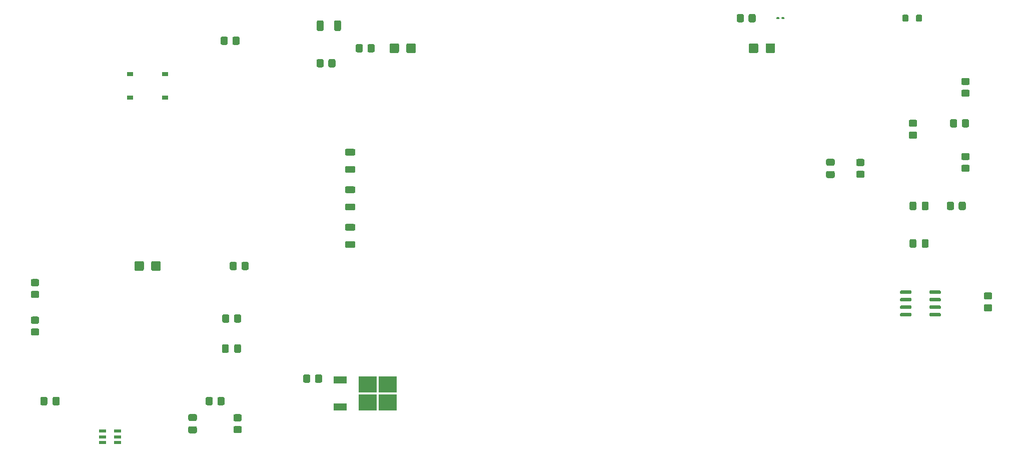
<source format=gbr>
%TF.GenerationSoftware,KiCad,Pcbnew,(5.1.10)-1*%
%TF.CreationDate,2024-07-26T12:52:35+05:30*%
%TF.ProjectId,Flyback_DC-DC,466c7962-6163-46b5-9f44-432d44432e6b,rev?*%
%TF.SameCoordinates,Original*%
%TF.FileFunction,Paste,Top*%
%TF.FilePolarity,Positive*%
%FSLAX46Y46*%
G04 Gerber Fmt 4.6, Leading zero omitted, Abs format (unit mm)*
G04 Created by KiCad (PCBNEW (5.1.10)-1) date 2024-07-26 12:52:35*
%MOMM*%
%LPD*%
G01*
G04 APERTURE LIST*
%ADD10R,1.000000X0.700000*%
%ADD11R,1.200000X0.600000*%
%ADD12R,3.050000X2.750000*%
%ADD13R,2.200000X1.200000*%
G04 APERTURE END LIST*
%TO.C,C3*%
G36*
G01*
X75750000Y-123985000D02*
X75750000Y-124935000D01*
G75*
G02*
X75500000Y-125185000I-250000J0D01*
G01*
X74825000Y-125185000D01*
G75*
G02*
X74575000Y-124935000I0J250000D01*
G01*
X74575000Y-123985000D01*
G75*
G02*
X74825000Y-123735000I250000J0D01*
G01*
X75500000Y-123735000D01*
G75*
G02*
X75750000Y-123985000I0J-250000D01*
G01*
G37*
G36*
G01*
X77825000Y-123985000D02*
X77825000Y-124935000D01*
G75*
G02*
X77575000Y-125185000I-250000J0D01*
G01*
X76900000Y-125185000D01*
G75*
G02*
X76650000Y-124935000I0J250000D01*
G01*
X76650000Y-123985000D01*
G75*
G02*
X76900000Y-123735000I250000J0D01*
G01*
X77575000Y-123735000D01*
G75*
G02*
X77825000Y-123985000I0J-250000D01*
G01*
G37*
%TD*%
%TO.C,C4*%
G36*
G01*
X108537500Y-115095000D02*
X108537500Y-116045000D01*
G75*
G02*
X108287500Y-116295000I-250000J0D01*
G01*
X107612500Y-116295000D01*
G75*
G02*
X107362500Y-116045000I0J250000D01*
G01*
X107362500Y-115095000D01*
G75*
G02*
X107612500Y-114845000I250000J0D01*
G01*
X108287500Y-114845000D01*
G75*
G02*
X108537500Y-115095000I0J-250000D01*
G01*
G37*
G36*
G01*
X106462500Y-115095000D02*
X106462500Y-116045000D01*
G75*
G02*
X106212500Y-116295000I-250000J0D01*
G01*
X105537500Y-116295000D01*
G75*
G02*
X105287500Y-116045000I0J250000D01*
G01*
X105287500Y-115095000D01*
G75*
G02*
X105537500Y-114845000I250000J0D01*
G01*
X106212500Y-114845000D01*
G75*
G02*
X106462500Y-115095000I0J-250000D01*
G01*
G37*
%TD*%
%TO.C,C5*%
G36*
G01*
X125445000Y-60309999D02*
X125445000Y-61610001D01*
G75*
G02*
X125195001Y-61860000I-249999J0D01*
G01*
X124544999Y-61860000D01*
G75*
G02*
X124295000Y-61610001I0J249999D01*
G01*
X124295000Y-60309999D01*
G75*
G02*
X124544999Y-60060000I249999J0D01*
G01*
X125195001Y-60060000D01*
G75*
G02*
X125445000Y-60309999I0J-249999D01*
G01*
G37*
G36*
G01*
X122495000Y-60309999D02*
X122495000Y-61610001D01*
G75*
G02*
X122245001Y-61860000I-249999J0D01*
G01*
X121594999Y-61860000D01*
G75*
G02*
X121345000Y-61610001I0J249999D01*
G01*
X121345000Y-60309999D01*
G75*
G02*
X121594999Y-60060000I249999J0D01*
G01*
X122245001Y-60060000D01*
G75*
G02*
X122495000Y-60309999I0J-249999D01*
G01*
G37*
%TD*%
%TO.C,C6*%
G36*
G01*
X99855000Y-128720000D02*
X100805000Y-128720000D01*
G75*
G02*
X101055000Y-128970000I0J-250000D01*
G01*
X101055000Y-129645000D01*
G75*
G02*
X100805000Y-129895000I-250000J0D01*
G01*
X99855000Y-129895000D01*
G75*
G02*
X99605000Y-129645000I0J250000D01*
G01*
X99605000Y-128970000D01*
G75*
G02*
X99855000Y-128720000I250000J0D01*
G01*
G37*
G36*
G01*
X99855000Y-126645000D02*
X100805000Y-126645000D01*
G75*
G02*
X101055000Y-126895000I0J-250000D01*
G01*
X101055000Y-127570000D01*
G75*
G02*
X100805000Y-127820000I-250000J0D01*
G01*
X99855000Y-127820000D01*
G75*
G02*
X99605000Y-127570000I0J250000D01*
G01*
X99605000Y-126895000D01*
G75*
G02*
X99855000Y-126645000I250000J0D01*
G01*
G37*
%TD*%
%TO.C,C7*%
G36*
G01*
X199619000Y-59600000D02*
X199619000Y-59780000D01*
G75*
G02*
X199529000Y-59870000I-90000J0D01*
G01*
X199251000Y-59870000D01*
G75*
G02*
X199161000Y-59780000I0J90000D01*
G01*
X199161000Y-59600000D01*
G75*
G02*
X199251000Y-59510000I90000J0D01*
G01*
X199529000Y-59510000D01*
G75*
G02*
X199619000Y-59600000I0J-90000D01*
G01*
G37*
G36*
G01*
X200484000Y-59600000D02*
X200484000Y-59780000D01*
G75*
G02*
X200394000Y-59870000I-90000J0D01*
G01*
X200116000Y-59870000D01*
G75*
G02*
X200026000Y-59780000I0J90000D01*
G01*
X200026000Y-59600000D01*
G75*
G02*
X200116000Y-59510000I90000J0D01*
G01*
X200394000Y-59510000D01*
G75*
G02*
X200484000Y-59600000I0J-90000D01*
G01*
G37*
%TD*%
%TO.C,C8*%
G36*
G01*
X207805000Y-85540000D02*
X208755000Y-85540000D01*
G75*
G02*
X209005000Y-85790000I0J-250000D01*
G01*
X209005000Y-86465000D01*
G75*
G02*
X208755000Y-86715000I-250000J0D01*
G01*
X207805000Y-86715000D01*
G75*
G02*
X207555000Y-86465000I0J250000D01*
G01*
X207555000Y-85790000D01*
G75*
G02*
X207805000Y-85540000I250000J0D01*
G01*
G37*
G36*
G01*
X207805000Y-83465000D02*
X208755000Y-83465000D01*
G75*
G02*
X209005000Y-83715000I0J-250000D01*
G01*
X209005000Y-84390000D01*
G75*
G02*
X208755000Y-84640000I-250000J0D01*
G01*
X207805000Y-84640000D01*
G75*
G02*
X207555000Y-84390000I0J250000D01*
G01*
X207555000Y-83715000D01*
G75*
G02*
X207805000Y-83465000I250000J0D01*
G01*
G37*
%TD*%
%TO.C,C10*%
G36*
G01*
X221662500Y-91915000D02*
X221662500Y-90965000D01*
G75*
G02*
X221912500Y-90715000I250000J0D01*
G01*
X222587500Y-90715000D01*
G75*
G02*
X222837500Y-90965000I0J-250000D01*
G01*
X222837500Y-91915000D01*
G75*
G02*
X222587500Y-92165000I-250000J0D01*
G01*
X221912500Y-92165000D01*
G75*
G02*
X221662500Y-91915000I0J250000D01*
G01*
G37*
G36*
G01*
X223737500Y-91915000D02*
X223737500Y-90965000D01*
G75*
G02*
X223987500Y-90715000I250000J0D01*
G01*
X224662500Y-90715000D01*
G75*
G02*
X224912500Y-90965000I0J-250000D01*
G01*
X224912500Y-91915000D01*
G75*
G02*
X224662500Y-92165000I-250000J0D01*
G01*
X223987500Y-92165000D01*
G75*
G02*
X223737500Y-91915000I0J250000D01*
G01*
G37*
%TD*%
%TO.C,C12*%
G36*
G01*
X224912500Y-97315000D02*
X224912500Y-98265000D01*
G75*
G02*
X224662500Y-98515000I-250000J0D01*
G01*
X223987500Y-98515000D01*
G75*
G02*
X223737500Y-98265000I0J250000D01*
G01*
X223737500Y-97315000D01*
G75*
G02*
X223987500Y-97065000I250000J0D01*
G01*
X224662500Y-97065000D01*
G75*
G02*
X224912500Y-97315000I0J-250000D01*
G01*
G37*
G36*
G01*
X222837500Y-97315000D02*
X222837500Y-98265000D01*
G75*
G02*
X222587500Y-98515000I-250000J0D01*
G01*
X221912500Y-98515000D01*
G75*
G02*
X221662500Y-98265000I0J250000D01*
G01*
X221662500Y-97315000D01*
G75*
G02*
X221912500Y-97065000I250000J0D01*
G01*
X222587500Y-97065000D01*
G75*
G02*
X222837500Y-97315000I0J-250000D01*
G01*
G37*
%TD*%
D10*
%TO.C,D1*%
X95685000Y-73120000D03*
X95685000Y-69120000D03*
X89735000Y-69120000D03*
X89735000Y-73120000D03*
%TD*%
%TO.C,D2*%
G36*
G01*
X92085000Y-101025000D02*
X92085000Y-102175000D01*
G75*
G02*
X91835000Y-102425000I-250000J0D01*
G01*
X90735000Y-102425000D01*
G75*
G02*
X90485000Y-102175000I0J250000D01*
G01*
X90485000Y-101025000D01*
G75*
G02*
X90735000Y-100775000I250000J0D01*
G01*
X91835000Y-100775000D01*
G75*
G02*
X92085000Y-101025000I0J-250000D01*
G01*
G37*
G36*
G01*
X94935000Y-101025000D02*
X94935000Y-102175000D01*
G75*
G02*
X94685000Y-102425000I-250000J0D01*
G01*
X93585000Y-102425000D01*
G75*
G02*
X93335000Y-102175000I0J250000D01*
G01*
X93335000Y-101025000D01*
G75*
G02*
X93585000Y-100775000I250000J0D01*
G01*
X94685000Y-100775000D01*
G75*
G02*
X94935000Y-101025000I0J-250000D01*
G01*
G37*
%TD*%
%TO.C,D3*%
G36*
G01*
X133665000Y-65345000D02*
X133665000Y-64195000D01*
G75*
G02*
X133915000Y-63945000I250000J0D01*
G01*
X135015000Y-63945000D01*
G75*
G02*
X135265000Y-64195000I0J-250000D01*
G01*
X135265000Y-65345000D01*
G75*
G02*
X135015000Y-65595000I-250000J0D01*
G01*
X133915000Y-65595000D01*
G75*
G02*
X133665000Y-65345000I0J250000D01*
G01*
G37*
G36*
G01*
X136515000Y-65345000D02*
X136515000Y-64195000D01*
G75*
G02*
X136765000Y-63945000I250000J0D01*
G01*
X137865000Y-63945000D01*
G75*
G02*
X138115000Y-64195000I0J-250000D01*
G01*
X138115000Y-65345000D01*
G75*
G02*
X137865000Y-65595000I-250000J0D01*
G01*
X136765000Y-65595000D01*
G75*
G02*
X136515000Y-65345000I0J250000D01*
G01*
G37*
%TD*%
%TO.C,D4*%
G36*
G01*
X196070000Y-64195000D02*
X196070000Y-65345000D01*
G75*
G02*
X195820000Y-65595000I-250000J0D01*
G01*
X194720000Y-65595000D01*
G75*
G02*
X194470000Y-65345000I0J250000D01*
G01*
X194470000Y-64195000D01*
G75*
G02*
X194720000Y-63945000I250000J0D01*
G01*
X195820000Y-63945000D01*
G75*
G02*
X196070000Y-64195000I0J-250000D01*
G01*
G37*
G36*
G01*
X198920000Y-64195000D02*
X198920000Y-65345000D01*
G75*
G02*
X198670000Y-65595000I-250000J0D01*
G01*
X197570000Y-65595000D01*
G75*
G02*
X197320000Y-65345000I0J250000D01*
G01*
X197320000Y-64195000D01*
G75*
G02*
X197570000Y-63945000I250000J0D01*
G01*
X198670000Y-63945000D01*
G75*
G02*
X198920000Y-64195000I0J-250000D01*
G01*
G37*
%TD*%
D11*
%TO.C,IC1*%
X85110000Y-129540000D03*
X85110000Y-130490000D03*
X85110000Y-131440000D03*
X87610000Y-131440000D03*
X87610000Y-130490000D03*
X87610000Y-129540000D03*
%TD*%
%TO.C,L2*%
G36*
G01*
X220455000Y-60040001D02*
X220455000Y-59339999D01*
G75*
G02*
X220704999Y-59090000I249999J0D01*
G01*
X221255001Y-59090000D01*
G75*
G02*
X221505000Y-59339999I0J-249999D01*
G01*
X221505000Y-60040001D01*
G75*
G02*
X221255001Y-60290000I-249999J0D01*
G01*
X220704999Y-60290000D01*
G75*
G02*
X220455000Y-60040001I0J249999D01*
G01*
G37*
G36*
G01*
X222755000Y-60040001D02*
X222755000Y-59339999D01*
G75*
G02*
X223004999Y-59090000I249999J0D01*
G01*
X223555001Y-59090000D01*
G75*
G02*
X223805000Y-59339999I0J-249999D01*
G01*
X223805000Y-60040001D01*
G75*
G02*
X223555001Y-60290000I-249999J0D01*
G01*
X223004999Y-60290000D01*
G75*
G02*
X222755000Y-60040001I0J249999D01*
G01*
G37*
%TD*%
D12*
%TO.C,Q1*%
X129965000Y-124715000D03*
X133315000Y-121665000D03*
X129965000Y-121665000D03*
X133315000Y-124715000D03*
D13*
X125340000Y-125470000D03*
X125340000Y-120910000D03*
%TD*%
%TO.C,R1*%
G36*
G01*
X106280000Y-63049999D02*
X106280000Y-63950001D01*
G75*
G02*
X106030001Y-64200000I-249999J0D01*
G01*
X105329999Y-64200000D01*
G75*
G02*
X105080000Y-63950001I0J249999D01*
G01*
X105080000Y-63049999D01*
G75*
G02*
X105329999Y-62800000I249999J0D01*
G01*
X106030001Y-62800000D01*
G75*
G02*
X106280000Y-63049999I0J-249999D01*
G01*
G37*
G36*
G01*
X108280000Y-63049999D02*
X108280000Y-63950001D01*
G75*
G02*
X108030001Y-64200000I-249999J0D01*
G01*
X107329999Y-64200000D01*
G75*
G02*
X107080000Y-63950001I0J249999D01*
G01*
X107080000Y-63049999D01*
G75*
G02*
X107329999Y-62800000I249999J0D01*
G01*
X108030001Y-62800000D01*
G75*
G02*
X108280000Y-63049999I0J-249999D01*
G01*
G37*
%TD*%
%TO.C,R2*%
G36*
G01*
X73209999Y-105810000D02*
X74110001Y-105810000D01*
G75*
G02*
X74360000Y-106059999I0J-249999D01*
G01*
X74360000Y-106760001D01*
G75*
G02*
X74110001Y-107010000I-249999J0D01*
G01*
X73209999Y-107010000D01*
G75*
G02*
X72960000Y-106760001I0J249999D01*
G01*
X72960000Y-106059999D01*
G75*
G02*
X73209999Y-105810000I249999J0D01*
G01*
G37*
G36*
G01*
X73209999Y-103810000D02*
X74110001Y-103810000D01*
G75*
G02*
X74360000Y-104059999I0J-249999D01*
G01*
X74360000Y-104760001D01*
G75*
G02*
X74110001Y-105010000I-249999J0D01*
G01*
X73209999Y-105010000D01*
G75*
G02*
X72960000Y-104760001I0J249999D01*
G01*
X72960000Y-104059999D01*
G75*
G02*
X73209999Y-103810000I249999J0D01*
G01*
G37*
%TD*%
%TO.C,R3*%
G36*
G01*
X74110001Y-111360000D02*
X73209999Y-111360000D01*
G75*
G02*
X72960000Y-111110001I0J249999D01*
G01*
X72960000Y-110409999D01*
G75*
G02*
X73209999Y-110160000I249999J0D01*
G01*
X74110001Y-110160000D01*
G75*
G02*
X74360000Y-110409999I0J-249999D01*
G01*
X74360000Y-111110001D01*
G75*
G02*
X74110001Y-111360000I-249999J0D01*
G01*
G37*
G36*
G01*
X74110001Y-113360000D02*
X73209999Y-113360000D01*
G75*
G02*
X72960000Y-113110001I0J249999D01*
G01*
X72960000Y-112409999D01*
G75*
G02*
X73209999Y-112160000I249999J0D01*
G01*
X74110001Y-112160000D01*
G75*
G02*
X74360000Y-112409999I0J-249999D01*
G01*
X74360000Y-113110001D01*
G75*
G02*
X74110001Y-113360000I-249999J0D01*
G01*
G37*
%TD*%
%TO.C,R4*%
G36*
G01*
X109820000Y-101149999D02*
X109820000Y-102050001D01*
G75*
G02*
X109570001Y-102300000I-249999J0D01*
G01*
X108869999Y-102300000D01*
G75*
G02*
X108620000Y-102050001I0J249999D01*
G01*
X108620000Y-101149999D01*
G75*
G02*
X108869999Y-100900000I249999J0D01*
G01*
X109570001Y-100900000D01*
G75*
G02*
X109820000Y-101149999I0J-249999D01*
G01*
G37*
G36*
G01*
X107820000Y-101149999D02*
X107820000Y-102050001D01*
G75*
G02*
X107570001Y-102300000I-249999J0D01*
G01*
X106869999Y-102300000D01*
G75*
G02*
X106620000Y-102050001I0J249999D01*
G01*
X106620000Y-101149999D01*
G75*
G02*
X106869999Y-100900000I249999J0D01*
G01*
X107570001Y-100900000D01*
G75*
G02*
X107820000Y-101149999I0J-249999D01*
G01*
G37*
%TD*%
%TO.C,R5*%
G36*
G01*
X105350000Y-110940001D02*
X105350000Y-110039999D01*
G75*
G02*
X105599999Y-109790000I249999J0D01*
G01*
X106300001Y-109790000D01*
G75*
G02*
X106550000Y-110039999I0J-249999D01*
G01*
X106550000Y-110940001D01*
G75*
G02*
X106300001Y-111190000I-249999J0D01*
G01*
X105599999Y-111190000D01*
G75*
G02*
X105350000Y-110940001I0J249999D01*
G01*
G37*
G36*
G01*
X107350000Y-110940001D02*
X107350000Y-110039999D01*
G75*
G02*
X107599999Y-109790000I249999J0D01*
G01*
X108300001Y-109790000D01*
G75*
G02*
X108550000Y-110039999I0J-249999D01*
G01*
X108550000Y-110940001D01*
G75*
G02*
X108300001Y-111190000I-249999J0D01*
G01*
X107599999Y-111190000D01*
G75*
G02*
X107350000Y-110940001I0J249999D01*
G01*
G37*
%TD*%
%TO.C,R6*%
G36*
G01*
X126374999Y-81795000D02*
X127625001Y-81795000D01*
G75*
G02*
X127875000Y-82044999I0J-249999D01*
G01*
X127875000Y-82670001D01*
G75*
G02*
X127625001Y-82920000I-249999J0D01*
G01*
X126374999Y-82920000D01*
G75*
G02*
X126125000Y-82670001I0J249999D01*
G01*
X126125000Y-82044999D01*
G75*
G02*
X126374999Y-81795000I249999J0D01*
G01*
G37*
G36*
G01*
X126374999Y-84720000D02*
X127625001Y-84720000D01*
G75*
G02*
X127875000Y-84969999I0J-249999D01*
G01*
X127875000Y-85595001D01*
G75*
G02*
X127625001Y-85845000I-249999J0D01*
G01*
X126374999Y-85845000D01*
G75*
G02*
X126125000Y-85595001I0J249999D01*
G01*
X126125000Y-84969999D01*
G75*
G02*
X126374999Y-84720000I249999J0D01*
G01*
G37*
%TD*%
%TO.C,R7*%
G36*
G01*
X126374999Y-91070000D02*
X127625001Y-91070000D01*
G75*
G02*
X127875000Y-91319999I0J-249999D01*
G01*
X127875000Y-91945001D01*
G75*
G02*
X127625001Y-92195000I-249999J0D01*
G01*
X126374999Y-92195000D01*
G75*
G02*
X126125000Y-91945001I0J249999D01*
G01*
X126125000Y-91319999D01*
G75*
G02*
X126374999Y-91070000I249999J0D01*
G01*
G37*
G36*
G01*
X126374999Y-88145000D02*
X127625001Y-88145000D01*
G75*
G02*
X127875000Y-88394999I0J-249999D01*
G01*
X127875000Y-89020001D01*
G75*
G02*
X127625001Y-89270000I-249999J0D01*
G01*
X126374999Y-89270000D01*
G75*
G02*
X126125000Y-89020001I0J249999D01*
G01*
X126125000Y-88394999D01*
G75*
G02*
X126374999Y-88145000I249999J0D01*
G01*
G37*
%TD*%
%TO.C,R8*%
G36*
G01*
X126374999Y-94495000D02*
X127625001Y-94495000D01*
G75*
G02*
X127875000Y-94744999I0J-249999D01*
G01*
X127875000Y-95370001D01*
G75*
G02*
X127625001Y-95620000I-249999J0D01*
G01*
X126374999Y-95620000D01*
G75*
G02*
X126125000Y-95370001I0J249999D01*
G01*
X126125000Y-94744999D01*
G75*
G02*
X126374999Y-94495000I249999J0D01*
G01*
G37*
G36*
G01*
X126374999Y-97420000D02*
X127625001Y-97420000D01*
G75*
G02*
X127875000Y-97669999I0J-249999D01*
G01*
X127875000Y-98295001D01*
G75*
G02*
X127625001Y-98545000I-249999J0D01*
G01*
X126374999Y-98545000D01*
G75*
G02*
X126125000Y-98295001I0J249999D01*
G01*
X126125000Y-97669999D01*
G75*
G02*
X126374999Y-97420000I249999J0D01*
G01*
G37*
%TD*%
%TO.C,R9*%
G36*
G01*
X122520000Y-66859999D02*
X122520000Y-67760001D01*
G75*
G02*
X122270001Y-68010000I-249999J0D01*
G01*
X121569999Y-68010000D01*
G75*
G02*
X121320000Y-67760001I0J249999D01*
G01*
X121320000Y-66859999D01*
G75*
G02*
X121569999Y-66610000I249999J0D01*
G01*
X122270001Y-66610000D01*
G75*
G02*
X122520000Y-66859999I0J-249999D01*
G01*
G37*
G36*
G01*
X124520000Y-66859999D02*
X124520000Y-67760001D01*
G75*
G02*
X124270001Y-68010000I-249999J0D01*
G01*
X123569999Y-68010000D01*
G75*
G02*
X123320000Y-67760001I0J249999D01*
G01*
X123320000Y-66859999D01*
G75*
G02*
X123569999Y-66610000I249999J0D01*
G01*
X124270001Y-66610000D01*
G75*
G02*
X124520000Y-66859999I0J-249999D01*
G01*
G37*
%TD*%
%TO.C,R10*%
G36*
G01*
X131140000Y-64319999D02*
X131140000Y-65220001D01*
G75*
G02*
X130890001Y-65470000I-249999J0D01*
G01*
X130189999Y-65470000D01*
G75*
G02*
X129940000Y-65220001I0J249999D01*
G01*
X129940000Y-64319999D01*
G75*
G02*
X130189999Y-64070000I249999J0D01*
G01*
X130890001Y-64070000D01*
G75*
G02*
X131140000Y-64319999I0J-249999D01*
G01*
G37*
G36*
G01*
X129140000Y-64319999D02*
X129140000Y-65220001D01*
G75*
G02*
X128890001Y-65470000I-249999J0D01*
G01*
X128189999Y-65470000D01*
G75*
G02*
X127940000Y-65220001I0J249999D01*
G01*
X127940000Y-64319999D01*
G75*
G02*
X128189999Y-64070000I249999J0D01*
G01*
X128890001Y-64070000D01*
G75*
G02*
X129140000Y-64319999I0J-249999D01*
G01*
G37*
%TD*%
%TO.C,R11*%
G36*
G01*
X120250000Y-120199999D02*
X120250000Y-121100001D01*
G75*
G02*
X120000001Y-121350000I-249999J0D01*
G01*
X119299999Y-121350000D01*
G75*
G02*
X119050000Y-121100001I0J249999D01*
G01*
X119050000Y-120199999D01*
G75*
G02*
X119299999Y-119950000I249999J0D01*
G01*
X120000001Y-119950000D01*
G75*
G02*
X120250000Y-120199999I0J-249999D01*
G01*
G37*
G36*
G01*
X122250000Y-120199999D02*
X122250000Y-121100001D01*
G75*
G02*
X122000001Y-121350000I-249999J0D01*
G01*
X121299999Y-121350000D01*
G75*
G02*
X121050000Y-121100001I0J249999D01*
G01*
X121050000Y-120199999D01*
G75*
G02*
X121299999Y-119950000I249999J0D01*
G01*
X122000001Y-119950000D01*
G75*
G02*
X122250000Y-120199999I0J-249999D01*
G01*
G37*
%TD*%
%TO.C,R12*%
G36*
G01*
X105740000Y-124009999D02*
X105740000Y-124910001D01*
G75*
G02*
X105490001Y-125160000I-249999J0D01*
G01*
X104789999Y-125160000D01*
G75*
G02*
X104540000Y-124910001I0J249999D01*
G01*
X104540000Y-124009999D01*
G75*
G02*
X104789999Y-123760000I249999J0D01*
G01*
X105490001Y-123760000D01*
G75*
G02*
X105740000Y-124009999I0J-249999D01*
G01*
G37*
G36*
G01*
X103740000Y-124009999D02*
X103740000Y-124910001D01*
G75*
G02*
X103490001Y-125160000I-249999J0D01*
G01*
X102789999Y-125160000D01*
G75*
G02*
X102540000Y-124910001I0J249999D01*
G01*
X102540000Y-124009999D01*
G75*
G02*
X102789999Y-123760000I249999J0D01*
G01*
X103490001Y-123760000D01*
G75*
G02*
X103740000Y-124009999I0J-249999D01*
G01*
G37*
%TD*%
%TO.C,R13*%
G36*
G01*
X108400001Y-127870000D02*
X107499999Y-127870000D01*
G75*
G02*
X107250000Y-127620001I0J249999D01*
G01*
X107250000Y-126919999D01*
G75*
G02*
X107499999Y-126670000I249999J0D01*
G01*
X108400001Y-126670000D01*
G75*
G02*
X108650000Y-126919999I0J-249999D01*
G01*
X108650000Y-127620001D01*
G75*
G02*
X108400001Y-127870000I-249999J0D01*
G01*
G37*
G36*
G01*
X108400001Y-129870000D02*
X107499999Y-129870000D01*
G75*
G02*
X107250000Y-129620001I0J249999D01*
G01*
X107250000Y-128919999D01*
G75*
G02*
X107499999Y-128670000I249999J0D01*
G01*
X108400001Y-128670000D01*
G75*
G02*
X108650000Y-128919999I0J-249999D01*
G01*
X108650000Y-129620001D01*
G75*
G02*
X108400001Y-129870000I-249999J0D01*
G01*
G37*
%TD*%
%TO.C,R14*%
G36*
G01*
X195640000Y-59239999D02*
X195640000Y-60140001D01*
G75*
G02*
X195390001Y-60390000I-249999J0D01*
G01*
X194689999Y-60390000D01*
G75*
G02*
X194440000Y-60140001I0J249999D01*
G01*
X194440000Y-59239999D01*
G75*
G02*
X194689999Y-58990000I249999J0D01*
G01*
X195390001Y-58990000D01*
G75*
G02*
X195640000Y-59239999I0J-249999D01*
G01*
G37*
G36*
G01*
X193640000Y-59239999D02*
X193640000Y-60140001D01*
G75*
G02*
X193390001Y-60390000I-249999J0D01*
G01*
X192689999Y-60390000D01*
G75*
G02*
X192440000Y-60140001I0J249999D01*
G01*
X192440000Y-59239999D01*
G75*
G02*
X192689999Y-58990000I249999J0D01*
G01*
X193390001Y-58990000D01*
G75*
G02*
X193640000Y-59239999I0J-249999D01*
G01*
G37*
%TD*%
%TO.C,R15*%
G36*
G01*
X213810001Y-84690000D02*
X212909999Y-84690000D01*
G75*
G02*
X212660000Y-84440001I0J249999D01*
G01*
X212660000Y-83739999D01*
G75*
G02*
X212909999Y-83490000I249999J0D01*
G01*
X213810001Y-83490000D01*
G75*
G02*
X214060000Y-83739999I0J-249999D01*
G01*
X214060000Y-84440001D01*
G75*
G02*
X213810001Y-84690000I-249999J0D01*
G01*
G37*
G36*
G01*
X213810001Y-86690000D02*
X212909999Y-86690000D01*
G75*
G02*
X212660000Y-86440001I0J249999D01*
G01*
X212660000Y-85739999D01*
G75*
G02*
X212909999Y-85490000I249999J0D01*
G01*
X213810001Y-85490000D01*
G75*
G02*
X214060000Y-85739999I0J-249999D01*
G01*
X214060000Y-86440001D01*
G75*
G02*
X213810001Y-86690000I-249999J0D01*
G01*
G37*
%TD*%
%TO.C,R16*%
G36*
G01*
X222700001Y-80070000D02*
X221799999Y-80070000D01*
G75*
G02*
X221550000Y-79820001I0J249999D01*
G01*
X221550000Y-79119999D01*
G75*
G02*
X221799999Y-78870000I249999J0D01*
G01*
X222700001Y-78870000D01*
G75*
G02*
X222950000Y-79119999I0J-249999D01*
G01*
X222950000Y-79820001D01*
G75*
G02*
X222700001Y-80070000I-249999J0D01*
G01*
G37*
G36*
G01*
X222700001Y-78070000D02*
X221799999Y-78070000D01*
G75*
G02*
X221550000Y-77820001I0J249999D01*
G01*
X221550000Y-77119999D01*
G75*
G02*
X221799999Y-76870000I249999J0D01*
G01*
X222700001Y-76870000D01*
G75*
G02*
X222950000Y-77119999I0J-249999D01*
G01*
X222950000Y-77820001D01*
G75*
G02*
X222700001Y-78070000I-249999J0D01*
G01*
G37*
%TD*%
%TO.C,R17*%
G36*
G01*
X231740000Y-77019999D02*
X231740000Y-77920001D01*
G75*
G02*
X231490001Y-78170000I-249999J0D01*
G01*
X230789999Y-78170000D01*
G75*
G02*
X230540000Y-77920001I0J249999D01*
G01*
X230540000Y-77019999D01*
G75*
G02*
X230789999Y-76770000I249999J0D01*
G01*
X231490001Y-76770000D01*
G75*
G02*
X231740000Y-77019999I0J-249999D01*
G01*
G37*
G36*
G01*
X229740000Y-77019999D02*
X229740000Y-77920001D01*
G75*
G02*
X229490001Y-78170000I-249999J0D01*
G01*
X228789999Y-78170000D01*
G75*
G02*
X228540000Y-77920001I0J249999D01*
G01*
X228540000Y-77019999D01*
G75*
G02*
X228789999Y-76770000I249999J0D01*
G01*
X229490001Y-76770000D01*
G75*
G02*
X229740000Y-77019999I0J-249999D01*
G01*
G37*
%TD*%
%TO.C,R18*%
G36*
G01*
X230000000Y-91890001D02*
X230000000Y-90989999D01*
G75*
G02*
X230249999Y-90740000I249999J0D01*
G01*
X230950001Y-90740000D01*
G75*
G02*
X231200000Y-90989999I0J-249999D01*
G01*
X231200000Y-91890001D01*
G75*
G02*
X230950001Y-92140000I-249999J0D01*
G01*
X230249999Y-92140000D01*
G75*
G02*
X230000000Y-91890001I0J249999D01*
G01*
G37*
G36*
G01*
X228000000Y-91890001D02*
X228000000Y-90989999D01*
G75*
G02*
X228249999Y-90740000I249999J0D01*
G01*
X228950001Y-90740000D01*
G75*
G02*
X229200000Y-90989999I0J-249999D01*
G01*
X229200000Y-91890001D01*
G75*
G02*
X228950001Y-92140000I-249999J0D01*
G01*
X228249999Y-92140000D01*
G75*
G02*
X228000000Y-91890001I0J249999D01*
G01*
G37*
%TD*%
%TO.C,R19*%
G36*
G01*
X230689999Y-71790000D02*
X231590001Y-71790000D01*
G75*
G02*
X231840000Y-72039999I0J-249999D01*
G01*
X231840000Y-72740001D01*
G75*
G02*
X231590001Y-72990000I-249999J0D01*
G01*
X230689999Y-72990000D01*
G75*
G02*
X230440000Y-72740001I0J249999D01*
G01*
X230440000Y-72039999D01*
G75*
G02*
X230689999Y-71790000I249999J0D01*
G01*
G37*
G36*
G01*
X230689999Y-69790000D02*
X231590001Y-69790000D01*
G75*
G02*
X231840000Y-70039999I0J-249999D01*
G01*
X231840000Y-70740001D01*
G75*
G02*
X231590001Y-70990000I-249999J0D01*
G01*
X230689999Y-70990000D01*
G75*
G02*
X230440000Y-70740001I0J249999D01*
G01*
X230440000Y-70039999D01*
G75*
G02*
X230689999Y-69790000I249999J0D01*
G01*
G37*
%TD*%
%TO.C,R20*%
G36*
G01*
X231590001Y-83690000D02*
X230689999Y-83690000D01*
G75*
G02*
X230440000Y-83440001I0J249999D01*
G01*
X230440000Y-82739999D01*
G75*
G02*
X230689999Y-82490000I249999J0D01*
G01*
X231590001Y-82490000D01*
G75*
G02*
X231840000Y-82739999I0J-249999D01*
G01*
X231840000Y-83440001D01*
G75*
G02*
X231590001Y-83690000I-249999J0D01*
G01*
G37*
G36*
G01*
X231590001Y-85690000D02*
X230689999Y-85690000D01*
G75*
G02*
X230440000Y-85440001I0J249999D01*
G01*
X230440000Y-84739999D01*
G75*
G02*
X230689999Y-84490000I249999J0D01*
G01*
X231590001Y-84490000D01*
G75*
G02*
X231840000Y-84739999I0J-249999D01*
G01*
X231840000Y-85440001D01*
G75*
G02*
X231590001Y-85690000I-249999J0D01*
G01*
G37*
%TD*%
%TO.C,R21*%
G36*
G01*
X234499999Y-106080000D02*
X235400001Y-106080000D01*
G75*
G02*
X235650000Y-106329999I0J-249999D01*
G01*
X235650000Y-107030001D01*
G75*
G02*
X235400001Y-107280000I-249999J0D01*
G01*
X234499999Y-107280000D01*
G75*
G02*
X234250000Y-107030001I0J249999D01*
G01*
X234250000Y-106329999D01*
G75*
G02*
X234499999Y-106080000I249999J0D01*
G01*
G37*
G36*
G01*
X234499999Y-108080000D02*
X235400001Y-108080000D01*
G75*
G02*
X235650000Y-108329999I0J-249999D01*
G01*
X235650000Y-109030001D01*
G75*
G02*
X235400001Y-109280000I-249999J0D01*
G01*
X234499999Y-109280000D01*
G75*
G02*
X234250000Y-109030001I0J249999D01*
G01*
X234250000Y-108329999D01*
G75*
G02*
X234499999Y-108080000I249999J0D01*
G01*
G37*
%TD*%
%TO.C,U1*%
G36*
G01*
X225020000Y-106195000D02*
X225020000Y-105895000D01*
G75*
G02*
X225170000Y-105745000I150000J0D01*
G01*
X226820000Y-105745000D01*
G75*
G02*
X226970000Y-105895000I0J-150000D01*
G01*
X226970000Y-106195000D01*
G75*
G02*
X226820000Y-106345000I-150000J0D01*
G01*
X225170000Y-106345000D01*
G75*
G02*
X225020000Y-106195000I0J150000D01*
G01*
G37*
G36*
G01*
X225020000Y-107465000D02*
X225020000Y-107165000D01*
G75*
G02*
X225170000Y-107015000I150000J0D01*
G01*
X226820000Y-107015000D01*
G75*
G02*
X226970000Y-107165000I0J-150000D01*
G01*
X226970000Y-107465000D01*
G75*
G02*
X226820000Y-107615000I-150000J0D01*
G01*
X225170000Y-107615000D01*
G75*
G02*
X225020000Y-107465000I0J150000D01*
G01*
G37*
G36*
G01*
X225020000Y-108735000D02*
X225020000Y-108435000D01*
G75*
G02*
X225170000Y-108285000I150000J0D01*
G01*
X226820000Y-108285000D01*
G75*
G02*
X226970000Y-108435000I0J-150000D01*
G01*
X226970000Y-108735000D01*
G75*
G02*
X226820000Y-108885000I-150000J0D01*
G01*
X225170000Y-108885000D01*
G75*
G02*
X225020000Y-108735000I0J150000D01*
G01*
G37*
G36*
G01*
X225020000Y-110005000D02*
X225020000Y-109705000D01*
G75*
G02*
X225170000Y-109555000I150000J0D01*
G01*
X226820000Y-109555000D01*
G75*
G02*
X226970000Y-109705000I0J-150000D01*
G01*
X226970000Y-110005000D01*
G75*
G02*
X226820000Y-110155000I-150000J0D01*
G01*
X225170000Y-110155000D01*
G75*
G02*
X225020000Y-110005000I0J150000D01*
G01*
G37*
G36*
G01*
X220070000Y-110005000D02*
X220070000Y-109705000D01*
G75*
G02*
X220220000Y-109555000I150000J0D01*
G01*
X221870000Y-109555000D01*
G75*
G02*
X222020000Y-109705000I0J-150000D01*
G01*
X222020000Y-110005000D01*
G75*
G02*
X221870000Y-110155000I-150000J0D01*
G01*
X220220000Y-110155000D01*
G75*
G02*
X220070000Y-110005000I0J150000D01*
G01*
G37*
G36*
G01*
X220070000Y-108735000D02*
X220070000Y-108435000D01*
G75*
G02*
X220220000Y-108285000I150000J0D01*
G01*
X221870000Y-108285000D01*
G75*
G02*
X222020000Y-108435000I0J-150000D01*
G01*
X222020000Y-108735000D01*
G75*
G02*
X221870000Y-108885000I-150000J0D01*
G01*
X220220000Y-108885000D01*
G75*
G02*
X220070000Y-108735000I0J150000D01*
G01*
G37*
G36*
G01*
X220070000Y-107465000D02*
X220070000Y-107165000D01*
G75*
G02*
X220220000Y-107015000I150000J0D01*
G01*
X221870000Y-107015000D01*
G75*
G02*
X222020000Y-107165000I0J-150000D01*
G01*
X222020000Y-107465000D01*
G75*
G02*
X221870000Y-107615000I-150000J0D01*
G01*
X220220000Y-107615000D01*
G75*
G02*
X220070000Y-107465000I0J150000D01*
G01*
G37*
G36*
G01*
X220070000Y-106195000D02*
X220070000Y-105895000D01*
G75*
G02*
X220220000Y-105745000I150000J0D01*
G01*
X221870000Y-105745000D01*
G75*
G02*
X222020000Y-105895000I0J-150000D01*
G01*
X222020000Y-106195000D01*
G75*
G02*
X221870000Y-106345000I-150000J0D01*
G01*
X220220000Y-106345000D01*
G75*
G02*
X220070000Y-106195000I0J150000D01*
G01*
G37*
%TD*%
M02*

</source>
